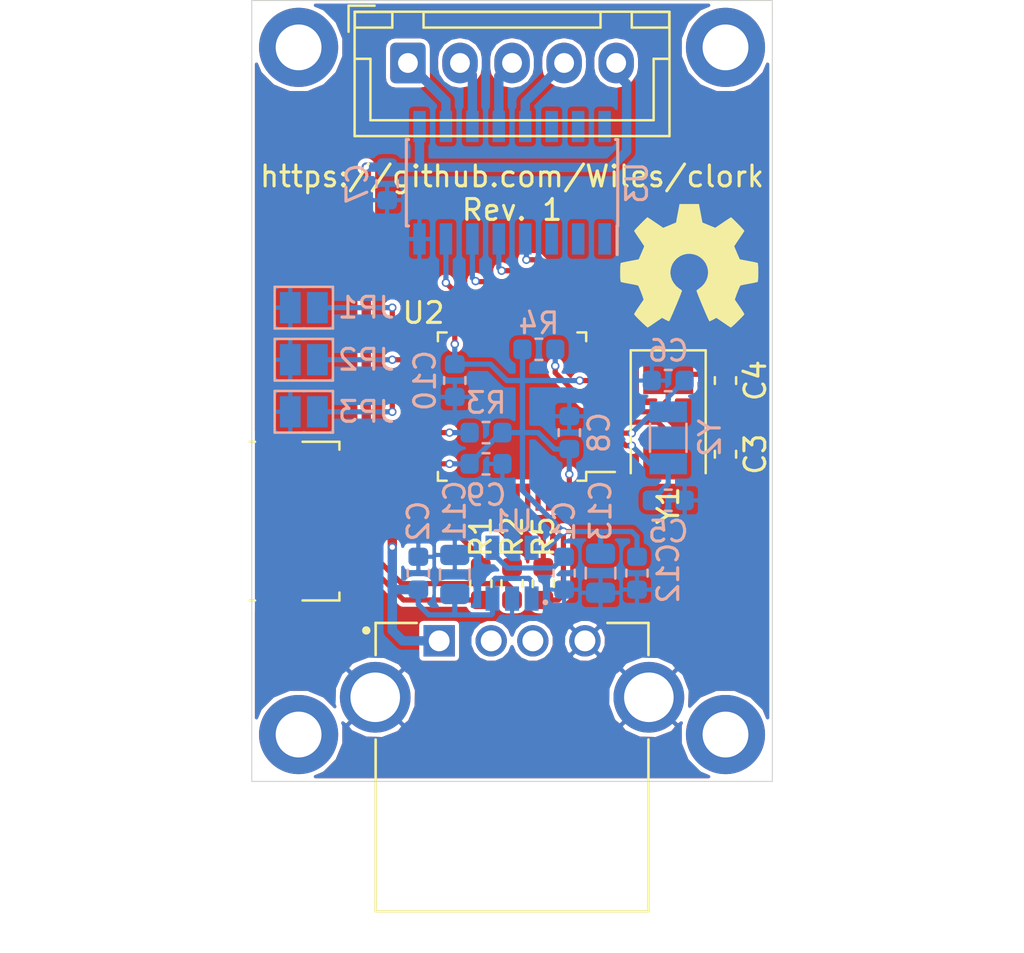
<source format=kicad_pcb>
(kicad_pcb (version 20171130) (host pcbnew "(6.0.0-rc1-dev-1291-g61b749f0b)")
  (layers (0 F.Cu signal) (31 B.Cu signal) (34 B.Paste user) (35 F.Paste user) (36 B.SilkS user) (37 F.SilkS user) (38 B.Mask user) (39 F.Mask user) (44 Edge.Cuts user))
  (net 0 "")
  (net 1 GND)
  (net 2 +5V)
  (net 3 +3V3)
  (net 4 "Net-(C3-Pad1)")
  (net 5 "Net-(C4-Pad2)")
  (net 6 "Net-(C5-Pad2)")
  (net 7 "Net-(C6-Pad1)")
  (net 8 "Net-(J1-Pad2)")
  (net 9 "Net-(J1-Pad3)")
  (net 10 "Net-(J2-Pad2)")
  (net 11 "Net-(J2-Pad3)")
  (net 12 "Net-(J2-Pad4)")
  (net 13 "Net-(JP1-Pad2)")
  (net 14 "Net-(JP2-Pad2)")
  (net 15 "Net-(M1-Pad2)")
  (net 16 "Net-(M1-Pad3)")
  (net 17 "Net-(M1-Pad4)")
  (net 18 USB+)
  (net 19 USB-)
  (net 20 "Net-(R4-Pad2)")
  (net 21 "Net-(U2-Pad2)")
  (net 22 "Net-(U2-Pad10)")
  (net 23 "Net-(U2-Pad11)")
  (net 24 "Net-(U2-Pad12)")
  (net 25 "Net-(U2-Pad13)")
  (net 26 "Net-(U2-Pad14)")
  (net 27 "Net-(U2-Pad15)")
  (net 28 "Net-(U2-Pad16)")
  (net 29 "Net-(U2-Pad17)")
  (net 30 "Net-(U2-Pad18)")
  (net 31 "Net-(U2-Pad19)")
  (net 32 "Net-(U2-Pad20)")
  (net 33 "Net-(U2-Pad21)")
  (net 34 "Net-(U2-Pad22)")
  (net 35 "Net-(U2-Pad28)")
  (net 36 "Net-(U2-Pad29)")
  (net 37 "Net-(U2-Pad30)")
  (net 38 "Net-(U2-Pad31)")
  (net 39 "Net-(U2-Pad34)")
  (net 40 "Net-(U2-Pad37)")
  (net 41 "Net-(U2-Pad38)")
  (net 42 "Net-(U2-Pad39)")
  (net 43 "Net-(U2-Pad40)")
  (net 44 "Net-(U2-Pad41)")
  (net 45 "Net-(U2-Pad42)")
  (net 46 "Net-(U2-Pad43)")
  (net 47 "Net-(U2-Pad45)")
  (net 48 "Net-(U2-Pad46)")
  (net 49 "Net-(U3-Pad2)")
  (net 50 "Net-(U3-Pad3)")
  (net 51 "Net-(M1-Pad1)")
  (net 52 "Net-(U3-Pad15)")
  (net 53 "Net-(U3-Pad1)")
  (net 54 "Net-(U3-Pad16)")
  (net 55 "Net-(C1-Pad1)")
  (net 56 "Net-(U2-Pad1)")
  (net 57 "Net-(U3-Pad14)")
  (net 58 "Net-(R5-Pad2)")
  (net 59 "Net-(JP3-Pad2)")
  (module Package_QFP:LQFP-48_7x7mm_P0.5mm (layer F.Cu) (at 127 134 180)
    (fp_text reference U2 (at 4.25 4.5 180) (layer F.SilkS))
    (fp_text value STM32F103C8Tx)
    (pad 1 smd rect (at -4.35 -2.75 180) (size 1.3 0.25) (layers F.Cu F.Paste F.Mask) (net 56 "Net-(U2-Pad1)"))
    (pad 2 smd rect (at -4.35 -2.25 180) (size 1.3 0.25) (layers F.Cu F.Paste F.Mask) (net 21 "Net-(U2-Pad2)"))
    (pad 3 smd rect (at -4.35 -1.75 180) (size 1.3 0.25) (layers F.Cu F.Paste F.Mask) (net 6 "Net-(C5-Pad2)"))
    (pad 4 smd rect (at -4.35 -1.25 180) (size 1.3 0.25) (layers F.Cu F.Paste F.Mask) (net 7 "Net-(C6-Pad1)"))
    (pad 5 smd rect (at -4.35 -0.75 180) (size 1.3 0.25) (layers F.Cu F.Paste F.Mask) (net 4 "Net-(C3-Pad1)"))
    (pad 6 smd rect (at -4.35 -0.25 180) (size 1.3 0.25) (layers F.Cu F.Paste F.Mask) (net 5 "Net-(C4-Pad2)"))
    (pad 7 smd rect (at -4.35 0.25 180) (size 1.3 0.25) (layers F.Cu F.Paste F.Mask) (net 20 "Net-(R4-Pad2)"))
    (pad 8 smd rect (at -4.35 0.75 180) (size 1.3 0.25) (layers F.Cu F.Paste F.Mask) (net 1 GND))
    (pad 9 smd rect (at -4.35 1.25 180) (size 1.3 0.25) (layers F.Cu F.Paste F.Mask) (net 3 +3V3))
    (pad 10 smd rect (at -4.35 1.75 180) (size 1.3 0.25) (layers F.Cu F.Paste F.Mask) (net 22 "Net-(U2-Pad10)"))
    (pad 11 smd rect (at -4.35 2.25 180) (size 1.3 0.25) (layers F.Cu F.Paste F.Mask) (net 23 "Net-(U2-Pad11)"))
    (pad 12 smd rect (at -4.35 2.75 180) (size 1.3 0.25) (layers F.Cu F.Paste F.Mask) (net 24 "Net-(U2-Pad12)"))
    (pad 13 smd rect (at -2.75 4.35 270) (size 1.3 0.25) (layers F.Cu F.Paste F.Mask) (net 25 "Net-(U2-Pad13)"))
    (pad 14 smd rect (at -2.25 4.35 270) (size 1.3 0.25) (layers F.Cu F.Paste F.Mask) (net 26 "Net-(U2-Pad14)"))
    (pad 15 smd rect (at -1.75 4.35 270) (size 1.3 0.25) (layers F.Cu F.Paste F.Mask) (net 27 "Net-(U2-Pad15)"))
    (pad 16 smd rect (at -1.25 4.35 270) (size 1.3 0.25) (layers F.Cu F.Paste F.Mask) (net 28 "Net-(U2-Pad16)"))
    (pad 17 smd rect (at -0.75 4.35 270) (size 1.3 0.25) (layers F.Cu F.Paste F.Mask) (net 29 "Net-(U2-Pad17)"))
    (pad 18 smd rect (at -0.25 4.35 270) (size 1.3 0.25) (layers F.Cu F.Paste F.Mask) (net 30 "Net-(U2-Pad18)"))
    (pad 19 smd rect (at 0.25 4.35 270) (size 1.3 0.25) (layers F.Cu F.Paste F.Mask) (net 31 "Net-(U2-Pad19)"))
    (pad 20 smd rect (at 0.75 4.35 270) (size 1.3 0.25) (layers F.Cu F.Paste F.Mask) (net 32 "Net-(U2-Pad20)"))
    (pad 21 smd rect (at 1.25 4.35 270) (size 1.3 0.25) (layers F.Cu F.Paste F.Mask) (net 33 "Net-(U2-Pad21)"))
    (pad 22 smd rect (at 1.75 4.35 270) (size 1.3 0.25) (layers F.Cu F.Paste F.Mask) (net 34 "Net-(U2-Pad22)"))
    (pad 23 smd rect (at 2.25 4.35 270) (size 1.3 0.25) (layers F.Cu F.Paste F.Mask) (net 1 GND))
    (pad 24 smd rect (at 2.75 4.35 270) (size 1.3 0.25) (layers F.Cu F.Paste F.Mask) (net 3 +3V3))
    (pad 25 smd rect (at 4.35 2.75 180) (size 1.3 0.25) (layers F.Cu F.Paste F.Mask) (net 13 "Net-(JP1-Pad2)"))
    (pad 26 smd rect (at 4.35 2.25 180) (size 1.3 0.25) (layers F.Cu F.Paste F.Mask) (net 14 "Net-(JP2-Pad2)"))
    (pad 27 smd rect (at 4.35 1.75 180) (size 1.3 0.25) (layers F.Cu F.Paste F.Mask) (net 59 "Net-(JP3-Pad2)"))
    (pad 28 smd rect (at 4.35 1.25 180) (size 1.3 0.25) (layers F.Cu F.Paste F.Mask) (net 35 "Net-(U2-Pad28)"))
    (pad 29 smd rect (at 4.35 0.75 180) (size 1.3 0.25) (layers F.Cu F.Paste F.Mask) (net 36 "Net-(U2-Pad29)"))
    (pad 30 smd rect (at 4.35 0.25 180) (size 1.3 0.25) (layers F.Cu F.Paste F.Mask) (net 37 "Net-(U2-Pad30)"))
    (pad 31 smd rect (at 4.35 -0.25 180) (size 1.3 0.25) (layers F.Cu F.Paste F.Mask) (net 38 "Net-(U2-Pad31)"))
    (pad 32 smd rect (at 4.35 -0.75 180) (size 1.3 0.25) (layers F.Cu F.Paste F.Mask) (net 18 USB+))
    (pad 33 smd rect (at 4.35 -1.25 180) (size 1.3 0.25) (layers F.Cu F.Paste F.Mask) (net 19 USB-))
    (pad 34 smd rect (at 4.35 -1.75 180) (size 1.3 0.25) (layers F.Cu F.Paste F.Mask) (net 39 "Net-(U2-Pad34)"))
    (pad 35 smd rect (at 4.35 -2.25 180) (size 1.3 0.25) (layers F.Cu F.Paste F.Mask) (net 1 GND))
    (pad 36 smd rect (at 4.35 -2.75 180) (size 1.3 0.25) (layers F.Cu F.Paste F.Mask) (net 3 +3V3))
    (pad 37 smd rect (at 2.75 -4.35 270) (size 1.3 0.25) (layers F.Cu F.Paste F.Mask) (net 40 "Net-(U2-Pad37)"))
    (pad 38 smd rect (at 2.25 -4.35 270) (size 1.3 0.25) (layers F.Cu F.Paste F.Mask) (net 41 "Net-(U2-Pad38)"))
    (pad 39 smd rect (at 1.75 -4.35 270) (size 1.3 0.25) (layers F.Cu F.Paste F.Mask) (net 42 "Net-(U2-Pad39)"))
    (pad 40 smd rect (at 1.25 -4.35 270) (size 1.3 0.25) (layers F.Cu F.Paste F.Mask) (net 43 "Net-(U2-Pad40)"))
    (pad 41 smd rect (at 0.75 -4.35 270) (size 1.3 0.25) (layers F.Cu F.Paste F.Mask) (net 44 "Net-(U2-Pad41)"))
    (pad 42 smd rect (at 0.25 -4.35 270) (size 1.3 0.25) (layers F.Cu F.Paste F.Mask) (net 45 "Net-(U2-Pad42)"))
    (pad 43 smd rect (at -0.25 -4.35 270) (size 1.3 0.25) (layers F.Cu F.Paste F.Mask) (net 46 "Net-(U2-Pad43)"))
    (pad 44 smd rect (at -0.75 -4.35 270) (size 1.3 0.25) (layers F.Cu F.Paste F.Mask) (net 58 "Net-(R5-Pad2)"))
    (pad 45 smd rect (at -1.25 -4.35 270) (size 1.3 0.25) (layers F.Cu F.Paste F.Mask) (net 47 "Net-(U2-Pad45)"))
    (pad 46 smd rect (at -1.75 -4.35 270) (size 1.3 0.25) (layers F.Cu F.Paste F.Mask) (net 48 "Net-(U2-Pad46)"))
    (pad 47 smd rect (at -2.25 -4.35 270) (size 1.3 0.25) (layers F.Cu F.Paste F.Mask) (net 1 GND))
    (pad 48 smd rect (at -2.75 -4.35 270) (size 1.3 0.25) (layers F.Cu F.Paste F.Mask) (net 3 +3V3))
  )
  (module Capacitor_SMD:C_0603_1608Metric (layer F.Cu) (at 137.25 136.2875 270)
    (fp_text reference C3 (at 0 -1.43 270) (layer F.SilkS))
    (fp_text value 16p)
    (pad 2 smd roundrect (at 0.7875 0 270) (size 0.875 0.95) (layers F.Cu F.Paste F.Mask) (net 1 GND))
    (pad 1 smd roundrect (at -0.7875 0 270) (size 0.875 0.95) (layers F.Cu F.Paste F.Mask) (net 4 "Net-(C3-Pad1)"))
  )
  (module Resistor_SMD:R_0603_1608Metric (layer F.Cu) (at 128.5 142.5 90)
    (fp_text reference R5 (at 2.25 0 90) (layer F.SilkS))
    (fp_text value 10k)
    (pad 1 smd roundrect (at -0.7875 0 90) (size 0.875 0.95) (layers F.Cu F.Paste F.Mask) (net 3 +3V3))
    (pad 2 smd roundrect (at 0.7875 0 90) (size 0.875 0.95) (layers F.Cu F.Paste F.Mask) (net 58 "Net-(R5-Pad2)"))
  )
  (module Resistor_SMD:R_0603_1608Metric (layer B.Cu) (at 125.75 135.25 180)
    (fp_text reference R3 (at 0 1.43 180) (layer B.SilkS) (effects (justify mirror)))
    (fp_text value 10k)
    (pad 2 smd roundrect (at 0.7875 0 180) (size 0.875 0.95) (layers B.Cu B.Paste B.Mask) (net 19 USB-))
    (pad 1 smd roundrect (at -0.7875 0 180) (size 0.875 0.95) (layers B.Cu B.Paste B.Mask) (net 3 +3V3))
  )
  (module Capacitor_SMD:C_0603_1608Metric (layer B.Cu) (at 134.5 138.5 180)
    (fp_text reference C5 (at 0 -1.5 180) (layer B.SilkS) (effects (justify mirror)))
    (fp_text value 16p)
    (pad 1 smd roundrect (at -0.7875 0 180) (size 0.875 0.95) (layers B.Cu B.Paste B.Mask) (net 1 GND))
    (pad 2 smd roundrect (at 0.7875 0 180) (size 0.875 0.95) (layers B.Cu B.Paste B.Mask) (net 6 "Net-(C5-Pad2)"))
  )
  (module Capacitor_SMD:C_0603_1608Metric (layer F.Cu) (at 137.25 132.75 270)
    (fp_text reference C4 (at 0 -1.43 270) (layer F.SilkS))
    (fp_text value 16p)
    (pad 1 smd roundrect (at -0.7875 0 270) (size 0.875 0.95) (layers F.Cu F.Paste F.Mask) (net 1 GND))
    (pad 2 smd roundrect (at 0.7875 0 270) (size 0.875 0.95) (layers F.Cu F.Paste F.Mask) (net 5 "Net-(C4-Pad2)"))
  )
  (module Capacitor_SMD:C_0603_1608Metric (layer B.Cu) (at 134.5 132.75 180)
    (fp_text reference C6 (at 0 1.43 180) (layer B.SilkS) (effects (justify mirror)))
    (fp_text value 16p)
    (pad 2 smd roundrect (at 0.7875 0 180) (size 0.875 0.95) (layers B.Cu B.Paste B.Mask) (net 1 GND))
    (pad 1 smd roundrect (at -0.7875 0 180) (size 0.875 0.95) (layers B.Cu B.Paste B.Mask) (net 7 "Net-(C6-Pad1)"))
  )
  (module Capacitor_SMD:C_0603_1608Metric (layer B.Cu) (at 121 123.3 270)
    (fp_text reference C7 (at 0 1.43 270) (layer B.SilkS) (effects (justify mirror)))
    (fp_text value 100n)
    (pad 2 smd roundrect (at 0.7875 0 270) (size 0.875 0.95) (layers B.Cu B.Paste B.Mask) (net 1 GND))
    (pad 1 smd roundrect (at -0.7875 0 270) (size 0.875 0.95) (layers B.Cu B.Paste B.Mask) (net 2 +5V))
  )
  (module Capacitor_SMD:C_0603_1608Metric (layer B.Cu) (at 129.75 135.25 90)
    (fp_text reference C8 (at 0 1.43 90) (layer B.SilkS) (effects (justify mirror)))
    (fp_text value 100n)
    (pad 1 smd roundrect (at -0.7875 0 90) (size 0.875 0.95) (layers B.Cu B.Paste B.Mask) (net 3 +3V3))
    (pad 2 smd roundrect (at 0.7875 0 90) (size 0.875 0.95) (layers B.Cu B.Paste B.Mask) (net 1 GND))
  )
  (module Capacitor_SMD:C_0603_1608Metric (layer B.Cu) (at 125.75 136.75)
    (fp_text reference C9 (at 0 1.5) (layer B.SilkS) (effects (justify mirror)))
    (fp_text value 100n)
    (pad 1 smd roundrect (at -0.7875 0) (size 0.875 0.95) (layers B.Cu B.Paste B.Mask) (net 3 +3V3))
    (pad 2 smd roundrect (at 0.7875 0) (size 0.875 0.95) (layers B.Cu B.Paste B.Mask) (net 1 GND))
  )
  (module Connector_USB:USB_Micro-B_Molex_47346-0001 (layer F.Cu) (at 117 139.5 270)
    (fp_text reference J2 hide)
    (fp_text value USB_B_Micro)
    (pad 1 smd rect (at -1.3 -1.46 270) (size 0.45 1.38) (layers F.Cu F.Paste F.Mask) (net 2 +5V))
    (pad 2 smd rect (at -0.65 -1.46 270) (size 0.45 1.38) (layers F.Cu F.Paste F.Mask) (net 10 "Net-(J2-Pad2)"))
    (pad 3 smd rect (at 0 -1.46 270) (size 0.45 1.38) (layers F.Cu F.Paste F.Mask) (net 11 "Net-(J2-Pad3)"))
    (pad 4 smd rect (at 0.65 -1.46 270) (size 0.45 1.38) (layers F.Cu F.Paste F.Mask) (net 12 "Net-(J2-Pad4)"))
    (pad 5 smd rect (at 1.3 -1.46 270) (size 0.45 1.38) (layers F.Cu F.Paste F.Mask) (net 1 GND))
    (pad 6 smd rect (at -2.4625 -1.1 270) (size 1.475 2.1) (layers F.Cu F.Paste F.Mask) (net 1 GND))
    (pad 6 smd rect (at 2.4625 -1.1 270) (size 1.475 2.1) (layers F.Cu F.Paste F.Mask) (net 1 GND))
    (pad 6 smd rect (at -2.91 1.2 270) (size 2.375 1.9) (layers F.Cu F.Paste F.Mask) (net 1 GND))
    (pad 6 smd rect (at 2.91 1.2 270) (size 2.375 1.9) (layers F.Cu F.Paste F.Mask) (net 1 GND))
    (pad 6 smd rect (at -0.84 1.2 270) (size 1.175 1.9) (layers F.Cu F.Paste F.Mask) (net 1 GND))
    (pad 6 smd rect (at 0.84 1.2 270) (size 1.175 1.9) (layers F.Cu F.Paste F.Mask) (net 1 GND))
  )
  (module Resistor_SMD:R_0603_1608Metric (layer F.Cu) (at 125.5 142.5 270)
    (fp_text reference R1 (at -2.25 0 270) (layer F.SilkS))
    (fp_text value 22)
    (pad 1 smd roundrect (at -0.7875 0 270) (size 0.875 0.95) (layers F.Cu F.Paste F.Mask) (net 18 USB+))
    (pad 2 smd roundrect (at 0.7875 0 270) (size 0.875 0.95) (layers F.Cu F.Paste F.Mask) (net 11 "Net-(J2-Pad3)"))
  )
  (module Resistor_SMD:R_0603_1608Metric (layer F.Cu) (at 127 142.5 90)
    (fp_text reference R2 (at 2.25 0 90) (layer F.SilkS))
    (fp_text value 22)
    (pad 2 smd roundrect (at 0.7875 0 90) (size 0.875 0.95) (layers F.Cu F.Paste F.Mask) (net 19 USB-))
    (pad 1 smd roundrect (at -0.7875 0 90) (size 0.875 0.95) (layers F.Cu F.Paste F.Mask) (net 10 "Net-(J2-Pad2)"))
  )
  (module Resistor_SMD:R_0603_1608Metric (layer B.Cu) (at 128.2875 131.25)
    (fp_text reference R4 (at 0 -1.25) (layer B.SilkS) (effects (justify mirror)))
    (fp_text value 10k)
    (pad 1 smd roundrect (at -0.7875 0) (size 0.875 0.95) (layers B.Cu B.Paste B.Mask) (net 3 +3V3))
    (pad 2 smd roundrect (at 0.7875 0) (size 0.875 0.95) (layers B.Cu B.Paste B.Mask) (net 20 "Net-(R4-Pad2)"))
  )
  (module Package_SO:SOIC-16_3.9x9.9mm_P1.27mm (layer B.Cu) (at 127 123.25 90)
    (fp_text reference U3 (at 0 6 90) (layer B.SilkS) (effects (justify mirror)))
    (fp_text value ULN2003)
    (pad 1 smd rect (at -2.7 4.445 90) (size 1.5 0.6) (layers B.Cu B.Paste B.Mask) (net 53 "Net-(U3-Pad1)"))
    (pad 2 smd rect (at -2.7 3.175 90) (size 1.5 0.6) (layers B.Cu B.Paste B.Mask) (net 49 "Net-(U3-Pad2)"))
    (pad 3 smd rect (at -2.7 1.905 90) (size 1.5 0.6) (layers B.Cu B.Paste B.Mask) (net 50 "Net-(U3-Pad3)"))
    (pad 4 smd rect (at -2.7 0.635 90) (size 1.5 0.6) (layers B.Cu B.Paste B.Mask) (net 26 "Net-(U2-Pad14)"))
    (pad 5 smd rect (at -2.7 -0.635 90) (size 1.5 0.6) (layers B.Cu B.Paste B.Mask) (net 27 "Net-(U2-Pad15)"))
    (pad 6 smd rect (at -2.7 -1.905 90) (size 1.5 0.6) (layers B.Cu B.Paste B.Mask) (net 28 "Net-(U2-Pad16)"))
    (pad 7 smd rect (at -2.7 -3.175 90) (size 1.5 0.6) (layers B.Cu B.Paste B.Mask) (net 29 "Net-(U2-Pad17)"))
    (pad 8 smd rect (at -2.7 -4.445 90) (size 1.5 0.6) (layers B.Cu B.Paste B.Mask) (net 1 GND))
    (pad 9 smd rect (at 2.7 -4.445 90) (size 1.5 0.6) (layers B.Cu B.Paste B.Mask) (net 2 +5V))
    (pad 10 smd rect (at 2.7 -3.175 90) (size 1.5 0.6) (layers B.Cu B.Paste B.Mask) (net 51 "Net-(M1-Pad1)"))
    (pad 11 smd rect (at 2.7 -1.905 90) (size 1.5 0.6) (layers B.Cu B.Paste B.Mask) (net 15 "Net-(M1-Pad2)"))
    (pad 12 smd rect (at 2.7 -0.635 90) (size 1.5 0.6) (layers B.Cu B.Paste B.Mask) (net 16 "Net-(M1-Pad3)"))
    (pad 13 smd rect (at 2.7 0.635 90) (size 1.5 0.6) (layers B.Cu B.Paste B.Mask) (net 17 "Net-(M1-Pad4)"))
    (pad 14 smd rect (at 2.7 1.905 90) (size 1.5 0.6) (layers B.Cu B.Paste B.Mask) (net 57 "Net-(U3-Pad14)"))
    (pad 15 smd rect (at 2.7 3.175 90) (size 1.5 0.6) (layers B.Cu B.Paste B.Mask) (net 52 "Net-(U3-Pad15)"))
    (pad 16 smd rect (at 2.7 4.445 90) (size 1.5 0.6) (layers B.Cu B.Paste B.Mask) (net 54 "Net-(U3-Pad16)"))
  )
  (module Crystal:Crystal_SMD_3215-2Pin_3.2x1.5mm (layer B.Cu) (at 134.5 135.5 270)
    (fp_text reference Y2 (at 0 -2 270) (layer B.SilkS) (effects (justify mirror)))
    (fp_text value "32.768 kHz")
    (pad 1 smd rect (at 1.25 0 270) (size 1 1.8) (layers B.Cu B.Paste B.Mask) (net 6 "Net-(C5-Pad2)"))
    (pad 2 smd rect (at -1.25 0 270) (size 1 1.8) (layers B.Cu B.Paste B.Mask) (net 7 "Net-(C6-Pad1)"))
  )
  (module Crystal:Crystal_SMD_Abracon_ABM3-2Pin_5.0x3.2mm (layer F.Cu) (at 134.5 134.5 270)
    (fp_text reference Y1 (at 4.25 0 270) (layer F.SilkS))
    (fp_text value "8 Mhz")
    (pad 2 smd rect (at 2.05 0 270) (size 1.9 2.4) (layers F.Cu F.Paste F.Mask) (net 4 "Net-(C3-Pad1)"))
    (pad 1 smd rect (at -2.05 0 270) (size 1.9 2.4) (layers F.Cu F.Paste F.Mask) (net 5 "Net-(C4-Pad2)"))
  )
  (module Connector_JST:JST_XH_B05B-XH-A_1x05_P2.50mm_Vertical (layer F.Cu) (at 122 117.5)
    (fp_text reference M1 hide)
    (fp_text value Stepper_Motor_unipolar_5pin)
    (pad 1 thru_hole roundrect (at 0 0) (size 1.7 1.95) (drill 0.95) (layers *.Cu *.Mask) (roundrect_rratio 0.147059) (net 51 "Net-(M1-Pad1)"))
    (pad 2 thru_hole oval (at 2.5 0) (size 1.7 1.95) (drill 0.95) (layers *.Cu *.Mask) (net 15 "Net-(M1-Pad2)"))
    (pad 3 thru_hole oval (at 5 0) (size 1.7 1.95) (drill 0.95) (layers *.Cu *.Mask) (net 16 "Net-(M1-Pad3)"))
    (pad 4 thru_hole oval (at 7.5 0) (size 1.7 1.95) (drill 0.95) (layers *.Cu *.Mask) (net 17 "Net-(M1-Pad4)"))
    (pad 5 thru_hole oval (at 10 0) (size 1.7 1.95) (drill 0.95) (layers *.Cu *.Mask) (net 2 +5V))
  )
  (module Capacitor_SMD:C_0603_1608Metric (layer B.Cu) (at 124.25 132.75 270)
    (fp_text reference C10 (at 0 1.43 270) (layer B.SilkS) (effects (justify mirror)))
    (fp_text value 100n)
    (pad 1 smd roundrect (at -0.7875 0 270) (size 0.875 0.95) (layers B.Cu B.Paste B.Mask) (net 3 +3V3))
    (pad 2 smd roundrect (at 0.7875 0 270) (size 0.875 0.95) (layers B.Cu B.Paste B.Mask) (net 1 GND))
  )
  (module MountingHole:MountingHole_2.2mm_M2_DIN965_Pad (layer F.Cu) (at 137.25 149.75)
    (fp_text reference REF** hide)
    (fp_text value MountingHole_2.2mm_M2_DIN965_Pad)
    (pad 1 thru_hole circle (at 0 0) (size 3.8 3.8) (drill 2.2) (layers *.Cu *.Mask))
  )
  (module MountingHole:MountingHole_2.2mm_M2_DIN965_Pad (layer F.Cu) (at 116.75 149.75)
    (fp_text reference REF** hide)
    (fp_text value MountingHole_2.2mm_M2_DIN965_Pad)
    (pad 1 thru_hole circle (at 0 0) (size 3.8 3.8) (drill 2.2) (layers *.Cu *.Mask))
  )
  (module clork:SOT94P279X129-5N (layer B.Cu) (at 127 142 90)
    (fp_text reference U1 (at 2.5 0) (layer B.SilkS) (effects (justify mirror)))
    (fp_text value RT9193-33GB)
    (pad 1 smd rect (at -1.22 0.94 90) (size 1.17 0.67) (layers B.Cu B.Paste B.Mask) (net 2 +5V))
    (pad 2 smd rect (at -1.22 0 90) (size 1.17 0.67) (layers B.Cu B.Paste B.Mask) (net 1 GND))
    (pad 3 smd rect (at -1.22 -0.94 90) (size 1.17 0.67) (layers B.Cu B.Paste B.Mask) (net 2 +5V))
    (pad 4 smd rect (at 1.22 -0.94 90) (size 1.17 0.67) (layers B.Cu B.Paste B.Mask) (net 55 "Net-(C1-Pad1)"))
    (pad 5 smd rect (at 1.22 0.94 90) (size 1.17 0.67) (layers B.Cu B.Paste B.Mask) (net 3 +3V3))
  )
  (module Capacitor_SMD:C_0603_1608Metric (layer B.Cu) (at 129.5 142 270)
    (fp_text reference C1 (at -2.5 0 270) (layer B.SilkS) (effects (justify mirror)))
    (fp_text value 100n)
    (pad 1 smd roundrect (at -0.7875 0 270) (size 0.875 0.95) (layers B.Cu B.Paste B.Mask) (net 55 "Net-(C1-Pad1)"))
    (pad 2 smd roundrect (at 0.7875 0 270) (size 0.875 0.95) (layers B.Cu B.Paste B.Mask) (net 1 GND))
  )
  (module Capacitor_SMD:C_0603_1608Metric (layer B.Cu) (at 122.5 142 90)
    (fp_text reference C2 (at 2.5 0 90) (layer B.SilkS) (effects (justify mirror)))
    (fp_text value 100n)
    (pad 2 smd roundrect (at 0.7875 0 90) (size 0.875 0.95) (layers B.Cu B.Paste B.Mask) (net 1 GND))
    (pad 1 smd roundrect (at -0.7875 0 90) (size 0.875 0.95) (layers B.Cu B.Paste B.Mask) (net 2 +5V))
  )
  (module Capacitor_SMD:C_0805_2012Metric (layer B.Cu) (at 124.25 142.0625 90)
    (fp_text reference C11 (at 3.0625 0 90) (layer B.SilkS) (effects (justify mirror)))
    (fp_text value 10u)
    (pad 2 smd roundrect (at 0.9375 0 90) (size 0.975 1.4) (layers B.Cu B.Paste B.Mask) (net 1 GND))
    (pad 1 smd roundrect (at -0.9375 0 90) (size 0.975 1.4) (layers B.Cu B.Paste B.Mask) (net 2 +5V))
  )
  (module Capacitor_SMD:C_0603_1608Metric (layer B.Cu) (at 133 142 270)
    (fp_text reference C12 (at 0 -1.5 270) (layer B.SilkS) (effects (justify mirror)))
    (fp_text value 100n)
    (pad 1 smd roundrect (at -0.7875 0 270) (size 0.875 0.95) (layers B.Cu B.Paste B.Mask) (net 3 +3V3))
    (pad 2 smd roundrect (at 0.7875 0 270) (size 0.875 0.95) (layers B.Cu B.Paste B.Mask) (net 1 GND))
  )
  (module Capacitor_SMD:C_0805_2012Metric (layer B.Cu) (at 131.25 142 270)
    (fp_text reference C13 (at -3 0 270) (layer B.SilkS) (effects (justify mirror)))
    (fp_text value 10u)
    (pad 1 smd roundrect (at -0.9375 0 270) (size 0.975 1.4) (layers B.Cu B.Paste B.Mask) (net 3 +3V3))
    (pad 2 smd roundrect (at 0.9375 0 270) (size 0.975 1.4) (layers B.Cu B.Paste B.Mask) (net 1 GND))
  )
  (module clork:AMPHENOL_UE27AC54100 (layer F.Cu) (at 127 145.25)
    (fp_text reference J1 hide)
    (fp_text value UE27AC54100)
    (pad S2 thru_hole circle (at 6.57 2.71) (size 3.396 3.396) (drill 2.38) (layers *.Cu *.Mask) (net 1 GND))
    (pad S1 thru_hole circle (at -6.57 2.71) (size 3.396 3.396) (drill 2.38) (layers *.Cu *.Mask) (net 1 GND))
    (pad 4 thru_hole circle (at 3.5 0) (size 1.508 1.508) (drill 1) (layers *.Cu *.Mask) (net 1 GND))
    (pad 3 thru_hole circle (at 1 0) (size 1.508 1.508) (drill 1) (layers *.Cu *.Mask) (net 9 "Net-(J1-Pad3)"))
    (pad 2 thru_hole circle (at -1 0) (size 1.508 1.508) (drill 1) (layers *.Cu *.Mask) (net 8 "Net-(J1-Pad2)"))
    (pad 1 thru_hole rect (at -3.5 0) (size 1.508 1.508) (drill 1) (layers *.Cu *.Mask) (net 2 +5V))
  )
  (module Jumper:SolderJumper-2_P1.3mm_Open_Pad1.0x1.5mm (layer B.Cu) (at 117 129.25)
    (fp_text reference JP1 (at 3 0) (layer B.SilkS) (effects (justify mirror)))
    (fp_text value 0)
    (pad 2 smd rect (at 0.65 0) (size 1 1.5) (layers B.Cu B.Mask) (net 13 "Net-(JP1-Pad2)"))
    (pad 1 smd rect (at -0.65 0) (size 1 1.5) (layers B.Cu B.Mask) (net 1 GND))
  )
  (module Jumper:SolderJumper-2_P1.3mm_Open_Pad1.0x1.5mm (layer B.Cu) (at 117 131.75)
    (fp_text reference JP2 (at 3 0) (layer B.SilkS) (effects (justify mirror)))
    (fp_text value 1)
    (pad 1 smd rect (at -0.65 0) (size 1 1.5) (layers B.Cu B.Mask) (net 1 GND))
    (pad 2 smd rect (at 0.65 0) (size 1 1.5) (layers B.Cu B.Mask) (net 14 "Net-(JP2-Pad2)"))
  )
  (module Jumper:SolderJumper-2_P1.3mm_Open_Pad1.0x1.5mm (layer B.Cu) (at 117 134.25)
    (fp_text reference JP3 (at 3 0) (layer B.SilkS) (effects (justify mirror)))
    (fp_text value 2)
    (pad 2 smd rect (at 0.65 0) (size 1 1.5) (layers B.Cu B.Mask) (net 59 "Net-(JP3-Pad2)"))
    (pad 1 smd rect (at -0.65 0) (size 1 1.5) (layers B.Cu B.Mask) (net 1 GND))
  )
  (module MountingHole:MountingHole_2.2mm_M2_DIN965_Pad (layer F.Cu) (at 137.25 116.75)
    (fp_text reference REF** hide)
    (fp_text value MountingHole_2.2mm_M2_DIN965_Pad)
    (pad 1 thru_hole circle (at 0 0) (size 3.8 3.8) (drill 2.2) (layers *.Cu *.Mask))
  )
  (module MountingHole:MountingHole_2.2mm_M2_DIN965_Pad (layer F.Cu) (at 116.75 116.75)
    (fp_text reference REF** hide)
    (fp_text value MountingHole_2.2mm_M2_DIN965_Pad)
    (pad 1 thru_hole circle (at 0 0) (size 3.8 3.8) (drill 2.2) (layers *.Cu *.Mask))
  )
  (module Symbol:OSHW-Symbol_6.7x6mm_SilkScreen (layer F.Cu) (at 135.5 127.25)
    (fp_text reference REF** hide)
    (fp_text value OSHW-Symbol_6.7x6mm_SilkScreen hide)
  )
  (gr_text "https://github.com/Wiles/clork\nRev. 1" (at 127 123.75) (layer F.SilkS) (effects (font (size 1 1))))
  (gr_line (start 139.5 114.5) (end 139.5 152) (layer Edge.Cuts) (width 0.05))
  (gr_line (start 114.5 114.5) (end 114.5 152) (layer Edge.Cuts) (width 0.05))
  (gr_line (start 114.5 152) (end 139.5 152) (layer Edge.Cuts) (width 0.05))
  (gr_line (start 114.5 114.5) (end 139.5 114.5) (layer Edge.Cuts) (width 0.05))
  (segment (start 124.25 143) (end 124.25 144) (width 0.25) (layer B.Cu) (net 2))
  (segment (start 126.06 143.94) (end 126.06 143.22) (width 0.25) (layer B.Cu) (net 2))
  (segment (start 124.25 144) (end 126 144) (width 0.25) (layer B.Cu) (net 2))
  (segment (start 126 144) (end 126.06 143.94) (width 0.25) (layer B.Cu) (net 2))
  (segment (start 121.575 122.5125) (end 121 122.5125) (width 0.45) (layer B.Cu) (net 2))
  (segment (start 122.555 122.4575) (end 122.5 122.5125) (width 0.45) (layer B.Cu) (net 2))
  (segment (start 122.555 120.55) (end 122.555 122.4575) (width 0.45) (layer B.Cu) (net 2))
  (segment (start 122.5 122.5125) (end 121.575 122.5125) (width 0.45) (layer B.Cu) (net 2))
  (segment (start 131.7375 122.5125) (end 122.5 122.5125) (width 0.45) (layer B.Cu) (net 2))
  (segment (start 132.5 121.75) (end 131.7375 122.5125) (width 0.45) (layer B.Cu) (net 2))
  (segment (start 132.5 118.5) (end 132.5 121.75) (width 0.45) (layer B.Cu) (net 2))
  (segment (start 132 117.5) (end 132 118) (width 0.45) (layer B.Cu) (net 2))
  (segment (start 132 118) (end 132.5 118.5) (width 0.45) (layer B.Cu) (net 2))
  (segment (start 120 122.5) (end 120.9875 122.5) (width 0.45) (layer B.Cu) (net 2))
  (segment (start 120.9875 122.5) (end 121 122.5125) (width 0.45) (layer B.Cu) (net 2))
  (via (at 120 122.5) (size 0.4) (drill 0.254) (layers F.Cu B.Cu) (net 2))
  (via (at 121.25 140.75) (size 0.4) (drill 0.254) (layers F.Cu B.Cu) (net 2))
  (segment (start 121.25 141.032842) (end 121.25 140.75) (width 0.45) (layer B.Cu) (net 2))
  (segment (start 121.25 142.25) (end 121.25 141.032842) (width 0.45) (layer B.Cu) (net 2))
  (segment (start 121.25 139.777832) (end 121.25 140.467158) (width 0.45) (layer F.Cu) (net 2))
  (segment (start 120 138.527832) (end 121.25 139.777832) (width 0.45) (layer F.Cu) (net 2))
  (segment (start 121.25 140.467158) (end 121.25 140.75) (width 0.45) (layer F.Cu) (net 2))
  (segment (start 119.95 138.2) (end 120 138.25) (width 0.45) (layer F.Cu) (net 2))
  (segment (start 118.46 138.2) (end 119.95 138.2) (width 0.45) (layer F.Cu) (net 2))
  (segment (start 120 122.5) (end 120 138.25) (width 0.45) (layer F.Cu) (net 2))
  (segment (start 120 138.25) (end 120 138.527832) (width 0.45) (layer F.Cu) (net 2))
  (segment (start 126.06 143.22) (end 126.06 142.385) (width 0.25) (layer B.Cu) (net 2))
  (segment (start 126.06 142.385) (end 126.195 142.25) (width 0.25) (layer B.Cu) (net 2))
  (segment (start 127.94 142.385) (end 127.94 143.22) (width 0.25) (layer B.Cu) (net 2))
  (segment (start 127.805 142.25) (end 127.94 142.385) (width 0.25) (layer B.Cu) (net 2))
  (segment (start 126.195 142.25) (end 127.805 142.25) (width 0.25) (layer B.Cu) (net 2))
  (segment (start 121.75 145.25) (end 123.5 145.25) (width 0.45) (layer B.Cu) (net 2))
  (segment (start 121.25 144.75) (end 121.75 145.25) (width 0.45) (layer B.Cu) (net 2))
  (segment (start 121.2875 142.7875) (end 121.25 142.75) (width 0.45) (layer B.Cu) (net 2))
  (segment (start 122.5 142.7875) (end 121.2875 142.7875) (width 0.45) (layer B.Cu) (net 2))
  (segment (start 121.25 142.25) (end 121.25 142.75) (width 0.45) (layer B.Cu) (net 2))
  (segment (start 121.25 142.75) (end 121.25 144.75) (width 0.45) (layer B.Cu) (net 2))
  (segment (start 122.5 143.5) (end 122.5 142.7875) (width 0.25) (layer B.Cu) (net 2))
  (segment (start 124.25 144) (end 123 144) (width 0.25) (layer B.Cu) (net 2))
  (segment (start 123 144) (end 122.5 143.5) (width 0.25) (layer B.Cu) (net 2))
  (via (at 129.75 137.25) (size 0.4) (drill 0.254) (layers F.Cu B.Cu) (net 3))
  (segment (start 129.75 136.0375) (end 129.75 137.25) (width 0.25) (layer B.Cu) (net 3))
  (segment (start 129.75 138.35) (end 129.75 137.25) (width 0.25) (layer F.Cu) (net 3))
  (segment (start 133 141.2125) (end 133 140.25) (width 0.25) (layer B.Cu) (net 3))
  (segment (start 133 140.25) (end 132.75 140) (width 0.25) (layer B.Cu) (net 3))
  (segment (start 131.25 141.0625) (end 131.25 140) (width 0.25) (layer B.Cu) (net 3))
  (segment (start 132.75 140) (end 131.25 140) (width 0.25) (layer B.Cu) (net 3))
  (segment (start 124.9625 136.75) (end 124 136.75) (width 0.25) (layer B.Cu) (net 3))
  (segment (start 124 136.75) (end 122.65 136.75) (width 0.25) (layer F.Cu) (net 3))
  (via (at 124 136.75) (size 0.4) (drill 0.254) (layers F.Cu B.Cu) (net 3))
  (segment (start 124.25 131.9625) (end 124.25 131) (width 0.25) (layer B.Cu) (net 3))
  (via (at 124.25 131) (size 0.4) (drill 0.254) (layers F.Cu B.Cu) (net 3))
  (segment (start 124.25 131) (end 124.25 129.65) (width 0.25) (layer F.Cu) (net 3))
  (via (at 130.25 132.75) (size 0.4) (drill 0.254) (layers F.Cu B.Cu) (net 3))
  (segment (start 131.35 132.75) (end 130.25 132.75) (width 0.25) (layer F.Cu) (net 3))
  (segment (start 130.25 132.75) (end 129 132.75) (width 0.25) (layer B.Cu) (net 3))
  (segment (start 129 132.75) (end 128.25 132.75) (width 0.25) (layer B.Cu) (net 3))
  (segment (start 126.4625 135.25) (end 124.9625 136.75) (width 0.25) (layer B.Cu) (net 3))
  (segment (start 126.5375 135.25) (end 126.4625 135.25) (width 0.25) (layer B.Cu) (net 3))
  (segment (start 128.687158 140.78) (end 129.467158 140) (width 0.25) (layer B.Cu) (net 3))
  (segment (start 127.94 140.78) (end 128.687158 140.78) (width 0.25) (layer B.Cu) (net 3))
  (segment (start 131.25 140) (end 129.75 140) (width 0.25) (layer B.Cu) (net 3))
  (segment (start 129.467158 140) (end 129.75 140) (width 0.25) (layer B.Cu) (net 3))
  (segment (start 125.9625 131.9625) (end 124.25 131.9625) (width 0.25) (layer B.Cu) (net 3))
  (segment (start 126.75 132.75) (end 125.9625 131.9625) (width 0.25) (layer B.Cu) (net 3))
  (segment (start 127.5 131.25) (end 127.5 132.75) (width 0.25) (layer B.Cu) (net 3))
  (segment (start 128.25 132.75) (end 127.5 132.75) (width 0.25) (layer B.Cu) (net 3))
  (segment (start 127.5 132.75) (end 126.75 132.75) (width 0.25) (layer B.Cu) (net 3))
  (segment (start 129.75 136.0375) (end 129.0375 136.0375) (width 0.25) (layer B.Cu) (net 3))
  (segment (start 129.0375 136.0375) (end 128.25 135.25) (width 0.25) (layer B.Cu) (net 3))
  (segment (start 127.5 132.75) (end 127.5 135.25) (width 0.25) (layer B.Cu) (net 3))
  (segment (start 128.25 135.25) (end 127.5 135.25) (width 0.25) (layer B.Cu) (net 3))
  (segment (start 127.5 135.25) (end 126.5375 135.25) (width 0.25) (layer B.Cu) (net 3))
  (segment (start 127.5 138.032842) (end 129.467158 140) (width 0.25) (layer B.Cu) (net 3))
  (segment (start 127.5 135.25) (end 127.5 138.032842) (width 0.25) (layer B.Cu) (net 3))
  (segment (start 129.467158 140) (end 129.467158 140) (width 0.25) (layer B.Cu) (net 3))
  (via (at 129.467158 140) (size 0.4) (drill 0.254) (layers F.Cu B.Cu) (net 3))
  (segment (start 129.467158 142) (end 129.467158 140) (width 0.25) (layer F.Cu) (net 3))
  (segment (start 129.467158 143.032842) (end 129.467158 142) (width 0.25) (layer F.Cu) (net 3))
  (segment (start 128.5 143.2875) (end 129.2125 143.2875) (width 0.25) (layer F.Cu) (net 3))
  (segment (start 129.2125 143.2875) (end 129.467158 143.032842) (width 0.25) (layer F.Cu) (net 3))
  (segment (start 136.1625 136.55) (end 134.5 136.55) (width 0.25) (layer F.Cu) (net 4))
  (segment (start 137.25 135.4625) (end 136.1625 136.55) (width 0.25) (layer F.Cu) (net 4))
  (segment (start 134 134.75) (end 131.35 134.75) (width 0.25) (layer F.Cu) (net 4))
  (segment (start 134.5 136.55) (end 134.5 135.25) (width 0.25) (layer F.Cu) (net 4))
  (segment (start 134.5 135.25) (end 134 134.75) (width 0.25) (layer F.Cu) (net 4))
  (segment (start 136.1625 132.45) (end 134.5 132.45) (width 0.25) (layer F.Cu) (net 5))
  (segment (start 137.25 133.5375) (end 136.1625 132.45) (width 0.25) (layer F.Cu) (net 5))
  (segment (start 132.25 134.25) (end 131.35 134.25) (width 0.25) (layer F.Cu) (net 5))
  (segment (start 133.9 134.25) (end 132.25 134.25) (width 0.25) (layer F.Cu) (net 5))
  (segment (start 134.5 133.65) (end 133.9 134.25) (width 0.25) (layer F.Cu) (net 5))
  (segment (start 134.5 132.45) (end 134.5 133.65) (width 0.25) (layer F.Cu) (net 5))
  (segment (start 133.7875 136.7125) (end 133.75 136.75) (width 0.25) (layer B.Cu) (net 6))
  (via (at 132.75 135.875003) (size 0.4) (drill 0.254) (layers F.Cu B.Cu) (net 6))
  (segment (start 134.5 136.75) (end 133.624997 136.75) (width 0.25) (layer B.Cu) (net 6))
  (segment (start 133.624997 136.75) (end 132.75 135.875003) (width 0.25) (layer B.Cu) (net 6))
  (segment (start 132.25 135.75) (end 131.35 135.75) (width 0.25) (layer F.Cu) (net 6))
  (segment (start 132.342155 135.75) (end 132.25 135.75) (width 0.25) (layer F.Cu) (net 6))
  (segment (start 132.467158 135.875003) (end 132.342155 135.75) (width 0.25) (layer F.Cu) (net 6))
  (segment (start 132.75 135.875003) (end 132.467158 135.875003) (width 0.25) (layer F.Cu) (net 6))
  (segment (start 133.7125 138.5) (end 134.5 137.7125) (width 0.25) (layer B.Cu) (net 6))
  (segment (start 134.5 137.7125) (end 134.5 136.75) (width 0.25) (layer B.Cu) (net 6))
  (via (at 132.75 135.275) (size 0.4) (drill 0.254) (layers F.Cu B.Cu) (net 7))
  (segment (start 134.5 134.25) (end 133.775 134.25) (width 0.25) (layer B.Cu) (net 7))
  (segment (start 133.775 134.25) (end 132.75 135.275) (width 0.25) (layer B.Cu) (net 7))
  (segment (start 131.375 135.275) (end 131.35 135.25) (width 0.25) (layer F.Cu) (net 7))
  (segment (start 132.75 135.275) (end 131.375 135.275) (width 0.25) (layer F.Cu) (net 7))
  (segment (start 135.2875 132.75) (end 134.5 133.5375) (width 0.25) (layer B.Cu) (net 7))
  (segment (start 134.5 133.5375) (end 134.5 134.25) (width 0.25) (layer B.Cu) (net 7))
  (segment (start 127 142.75) (end 127 143.2875) (width 0.25) (layer F.Cu) (net 10))
  (segment (start 119.4 138.85) (end 120.69999 140.14999) (width 0.25) (layer F.Cu) (net 10))
  (segment (start 118.46 138.85) (end 119.4 138.85) (width 0.25) (layer F.Cu) (net 10))
  (segment (start 120.69999 140.14999) (end 120.69999 141.5) (width 0.25) (layer F.Cu) (net 10))
  (segment (start 121.69999 142.5) (end 126.75 142.5) (width 0.25) (layer F.Cu) (net 10))
  (segment (start 120.69999 141.5) (end 121.69999 142.5) (width 0.25) (layer F.Cu) (net 10))
  (segment (start 126.75 142.5) (end 127 142.75) (width 0.25) (layer F.Cu) (net 10))
  (segment (start 124.925 143.2875) (end 125.5 143.2875) (width 0.25) (layer F.Cu) (net 11))
  (segment (start 121.78748 143.2875) (end 124.925 143.2875) (width 0.25) (layer F.Cu) (net 11))
  (segment (start 120.24998 141.75) (end 121.78748 143.2875) (width 0.25) (layer F.Cu) (net 11))
  (segment (start 120.24998 140.33639) (end 120.24998 141.75) (width 0.25) (layer F.Cu) (net 11))
  (segment (start 118.46 139.5) (end 119.41359 139.5) (width 0.25) (layer F.Cu) (net 11))
  (segment (start 119.41359 139.5) (end 120.24998 140.33639) (width 0.25) (layer F.Cu) (net 11))
  (via (at 121.25 129.25) (size 0.4) (drill 0.254) (layers F.Cu B.Cu) (net 13))
  (segment (start 117.65 129.25) (end 121.25 129.25) (width 0.25) (layer B.Cu) (net 13))
  (segment (start 121.25 130.75) (end 121.25 129.25) (width 0.25) (layer F.Cu) (net 13))
  (segment (start 122.65 131.25) (end 121.75 131.25) (width 0.25) (layer F.Cu) (net 13))
  (segment (start 121.75 131.25) (end 121.25 130.75) (width 0.25) (layer F.Cu) (net 13))
  (via (at 121.25 131.75) (size 0.4) (drill 0.254) (layers F.Cu B.Cu) (net 14))
  (segment (start 117.65 131.75) (end 121.25 131.75) (width 0.25) (layer B.Cu) (net 14))
  (segment (start 122.65 131.75) (end 121.25 131.75) (width 0.25) (layer F.Cu) (net 14))
  (segment (start 125.095 118.095) (end 124.5 117.5) (width 0.45) (layer B.Cu) (net 15))
  (segment (start 125.095 120.55) (end 125.095 118.095) (width 0.45) (layer B.Cu) (net 15))
  (segment (start 126.365 118.135) (end 127 117.5) (width 0.45) (layer B.Cu) (net 16))
  (segment (start 126.365 120.55) (end 126.365 118.135) (width 0.45) (layer B.Cu) (net 16))
  (segment (start 129.5 117.625) (end 129.5 117.5) (width 0.25) (layer B.Cu) (net 17))
  (segment (start 129.4375 117.5625) (end 129.5 117.625) (width 0.25) (layer B.Cu) (net 17))
  (segment (start 127.635 119.365) (end 129.5 117.5) (width 0.45) (layer B.Cu) (net 17))
  (segment (start 127.635 120.55) (end 127.635 119.365) (width 0.45) (layer B.Cu) (net 17))
  (segment (start 121.75 134.75) (end 122.65 134.75) (width 0.25) (layer F.Cu) (net 18))
  (segment (start 121.224999 134.775001) (end 121.724999 134.775001) (width 0.25) (layer F.Cu) (net 18))
  (segment (start 120.55001 135.44999) (end 121.224999 134.775001) (width 0.25) (layer F.Cu) (net 18))
  (segment (start 120.55001 138.30001) (end 120.55001 135.44999) (width 0.25) (layer F.Cu) (net 18))
  (segment (start 124.5 140.25) (end 122.5 140.25) (width 0.25) (layer F.Cu) (net 18))
  (segment (start 122.5 140.25) (end 120.55001 138.30001) (width 0.25) (layer F.Cu) (net 18))
  (segment (start 121.724999 134.775001) (end 121.75 134.75) (width 0.25) (layer F.Cu) (net 18))
  (segment (start 125.5 141.7125) (end 125.5 141.25) (width 0.25) (layer F.Cu) (net 18))
  (segment (start 125.5 141.25) (end 124.5 140.25) (width 0.25) (layer F.Cu) (net 18))
  (via (at 124 135.25) (size 0.4) (drill 0.254) (layers F.Cu B.Cu) (net 19))
  (segment (start 124.9625 135.25) (end 124 135.25) (width 0.25) (layer B.Cu) (net 19))
  (segment (start 124 135.25) (end 122.65 135.25) (width 0.25) (layer F.Cu) (net 19))
  (segment (start 121.75 135.25) (end 121.00002 135.99998) (width 0.25) (layer F.Cu) (net 19))
  (segment (start 122.65 135.25) (end 121.75 135.25) (width 0.25) (layer F.Cu) (net 19))
  (segment (start 121.00002 135.99998) (end 121.00002 138.11361) (width 0.25) (layer F.Cu) (net 19))
  (segment (start 121.00002 138.11361) (end 122.63641 139.75) (width 0.25) (layer F.Cu) (net 19))
  (segment (start 122.63641 139.75) (end 126.25 139.75) (width 0.25) (layer F.Cu) (net 19))
  (segment (start 126.25 139.75) (end 127 140.5) (width 0.25) (layer F.Cu) (net 19))
  (segment (start 127 140.5) (end 127 141.7125) (width 0.25) (layer F.Cu) (net 19))
  (via (at 129.075 132.05) (size 0.4) (drill 0.254) (layers F.Cu B.Cu) (net 20))
  (segment (start 129.075 132.332842) (end 129.075 132.05) (width 0.25) (layer F.Cu) (net 20))
  (segment (start 129.075 132.375) (end 129.075 132.332842) (width 0.25) (layer F.Cu) (net 20))
  (segment (start 130.45 133.75) (end 129.075 132.375) (width 0.25) (layer F.Cu) (net 20))
  (segment (start 131.35 133.75) (end 130.45 133.75) (width 0.25) (layer F.Cu) (net 20))
  (segment (start 129.075 131.25) (end 129.075 132.05) (width 0.25) (layer B.Cu) (net 20))
  (segment (start 127.689067 126.667146) (end 127.689067 126.949988) (width 0.25) (layer B.Cu) (net 26))
  (via (at 127.689067 126.949988) (size 0.4) (drill 0.254) (layers F.Cu B.Cu) (net 26))
  (segment (start 128.23283 126.949988) (end 127.971909 126.949988) (width 0.25) (layer F.Cu) (net 26))
  (segment (start 127.971909 126.949988) (end 127.689067 126.949988) (width 0.25) (layer F.Cu) (net 26))
  (segment (start 129.25 127.967158) (end 128.23283 126.949988) (width 0.25) (layer F.Cu) (net 26))
  (segment (start 129.25 129.65) (end 129.25 127.967158) (width 0.25) (layer F.Cu) (net 26))
  (segment (start 127.689067 126.004067) (end 127.689067 126.667146) (width 0.25) (layer B.Cu) (net 26))
  (segment (start 127.635 125.95) (end 127.689067 126.004067) (width 0.25) (layer B.Cu) (net 26))
  (via (at 126.5 127.474998) (size 0.4) (drill 0.254) (layers F.Cu B.Cu) (net 27))
  (segment (start 126.365 127.339998) (end 126.5 127.474998) (width 0.25) (layer B.Cu) (net 27))
  (segment (start 126.365 125.95) (end 126.365 127.339998) (width 0.25) (layer B.Cu) (net 27))
  (segment (start 126.782842 127.474998) (end 126.5 127.474998) (width 0.25) (layer F.Cu) (net 27))
  (segment (start 127.949996 127.474998) (end 126.782842 127.474998) (width 0.25) (layer F.Cu) (net 27))
  (segment (start 128.75 128.275002) (end 127.949996 127.474998) (width 0.25) (layer F.Cu) (net 27))
  (segment (start 128.75 129.65) (end 128.75 128.275002) (width 0.25) (layer F.Cu) (net 27))
  (segment (start 125.095 127.81999) (end 125.25 127.97499) (width 0.25) (layer B.Cu) (net 28))
  (segment (start 125.095 125.95) (end 125.095 127.81999) (width 0.25) (layer B.Cu) (net 28))
  (via (at 125.25 127.97499) (size 0.4) (drill 0.254) (layers F.Cu B.Cu) (net 28))
  (segment (start 127.636419 128.000008) (end 125.25 128.000008) (width 0.25) (layer F.Cu) (net 28))
  (segment (start 128.25 128.613589) (end 127.636419 128.000008) (width 0.25) (layer F.Cu) (net 28))
  (segment (start 125.25 128.000008) (end 125.25 127.97499) (width 0.25) (layer F.Cu) (net 28))
  (segment (start 128.25 129.65) (end 128.25 128.613589) (width 0.25) (layer F.Cu) (net 28))
  (via (at 123.824992 128.05) (size 0.4) (drill 0.254) (layers F.Cu B.Cu) (net 29))
  (segment (start 123.825 125.95) (end 123.825 128.049992) (width 0.25) (layer B.Cu) (net 29))
  (segment (start 124.024991 128.249999) (end 123.824992 128.05) (width 0.25) (layer F.Cu) (net 29))
  (segment (start 124.274992 128.5) (end 124.024991 128.249999) (width 0.25) (layer F.Cu) (net 29))
  (segment (start 127.5 128.5) (end 124.274992 128.5) (width 0.25) (layer F.Cu) (net 29))
  (segment (start 127.75 128.75) (end 127.5 128.5) (width 0.25) (layer F.Cu) (net 29))
  (segment (start 127.75 129.65) (end 127.75 128.75) (width 0.25) (layer F.Cu) (net 29))
  (segment (start 123.825 128.049992) (end 123.824992 128.05) (width 0.25) (layer B.Cu) (net 29))
  (segment (start 123.825 119.325) (end 122 117.5) (width 0.45) (layer B.Cu) (net 51))
  (segment (start 123.825 120.55) (end 123.825 119.325) (width 0.45) (layer B.Cu) (net 51))
  (segment (start 126.06 141.03) (end 126.06 140.78) (width 0.25) (layer B.Cu) (net 55))
  (segment (start 126.78 141.75) (end 126.06 141.03) (width 0.25) (layer B.Cu) (net 55))
  (segment (start 129.5 141.2125) (end 128.9625 141.75) (width 0.25) (layer B.Cu) (net 55))
  (segment (start 128.9625 141.75) (end 126.78 141.75) (width 0.25) (layer B.Cu) (net 55))
  (segment (start 128.5 140.9625) (end 128.5 140.25) (width 0.25) (layer F.Cu) (net 58))
  (segment (start 127.75 139.5) (end 127.75 138.35) (width 0.25) (layer F.Cu) (net 58))
  (segment (start 128.5 140.25) (end 127.75 139.5) (width 0.25) (layer F.Cu) (net 58))
  (segment (start 128.5 140.9625) (end 128.5 141.7125) (width 0.25) (layer F.Cu) (net 58))
  (segment (start 117.65 134.25) (end 121.25 134.25) (width 0.25) (layer B.Cu) (net 59))
  (via (at 121.25 134.25) (size 0.4) (drill 0.254) (layers F.Cu B.Cu) (net 59))
  (segment (start 122.65 132.25) (end 121.75 132.25) (width 0.25) (layer F.Cu) (net 59))
  (segment (start 121.75 132.25) (end 121.25 132.75) (width 0.25) (layer F.Cu) (net 59))
  (segment (start 121.25 132.75) (end 121.25 133.967158) (width 0.25) (layer F.Cu) (net 59))
  (segment (start 121.25 133.967158) (end 121.25 134.25) (width 0.25) (layer F.Cu) (net 59))
  (zone (net 1) (net_name GND) (layer F.Cu) (connect_pads (clearance 0.1524)) (min_thickness 0.1524) (fill yes (arc_segments 16) (thermal_gap 0.2) (thermal_bridge_width 0.2))
    (polygon (pts (xy 114.5 114.5) (xy 114.5 152) (xy 139.5 152) (xy 139.5 114.5)))
  )
  (zone (net 1) (net_name GND) (layer B.Cu) (connect_pads (clearance 0.1524)) (min_thickness 0.1524) (fill yes (arc_segments 16) (thermal_gap 0.2) (thermal_bridge_width 0.2))
    (polygon (pts (xy 114.5 114.5) (xy 114.5 152) (xy 139.5 152) (xy 139.5 114.5)))
  )
)
</source>
